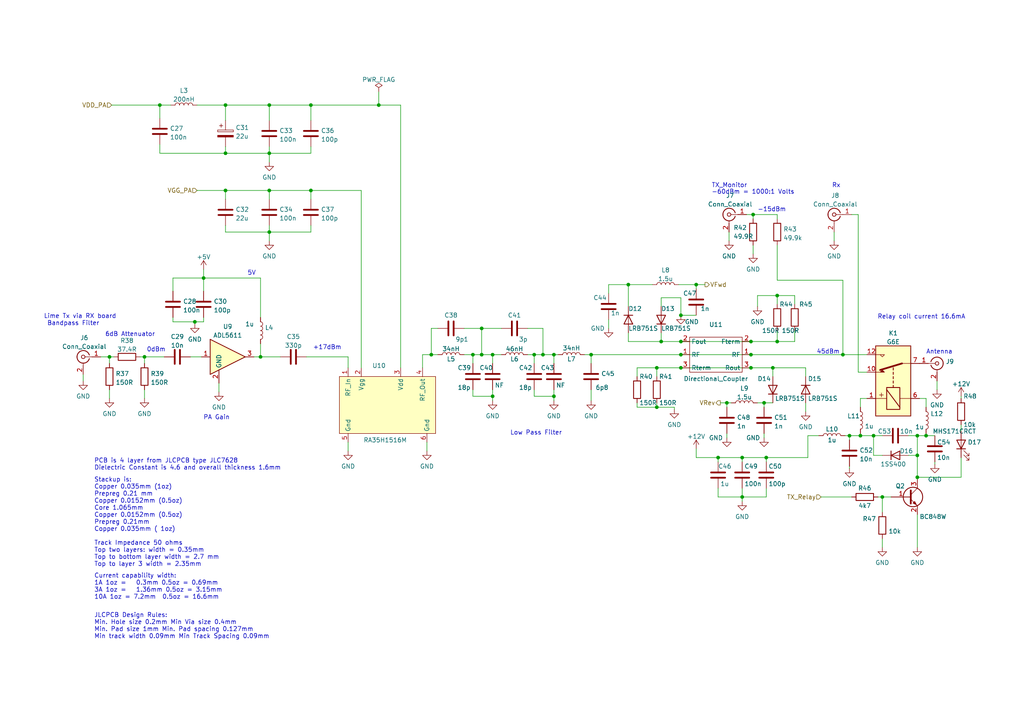
<source format=kicad_sch>
(kicad_sch (version 20230121) (generator eeschema)
  (paper "A4")
  (lib_symbols
    (symbol "Connector:Conn_Coaxial" (pin_names (offset 1.016) hide)
      (property "Reference" "J" (at 0.254 3.048 0))
      (property "Value" "Conn_Coaxial" (at 2.921 0 90))
      (symbol "Conn_Coaxial_0_1"
        (arc (start -1.778 -0.508) (mid 0.2311 -1.8066) (end 1.778 0) (stroke (width 0.254)))
        (polyline (pts (xy -2.54 0) (xy -0.508 0)))
        (polyline (pts (xy 0 -2.54) (xy 0 -1.778)))
        (circle (center 0 0) (radius 0.508) (stroke (width 0.2032)))
        (arc (start 1.778 0) (mid 0.2099 1.8101) (end -1.778 0.508) (stroke (width 0.254)))
      )
      (symbol "Conn_Coaxial_1_1"
        (pin passive line (at -5.08 0 0) (length 2.54) (name "In") (number "1"))
        (pin passive line (at 0 -5.08 90) (length 2.54) (name "Ext") (number "2"))
      )
    )
    (symbol "Device:C" (pin_numbers hide) (pin_names (offset 0.254))
      (property "Reference" "C" (at 0.635 2.54 0))
      (property "Value" "C" (at 0.635 -2.54 0))
      (symbol "C_0_1"
        (polyline (pts (xy -2.032 -0.762) (xy 2.032 -0.762)) (stroke (width 0.508)))
        (polyline (pts (xy -2.032 0.762) (xy 2.032 0.762)) (stroke (width 0.508)))
      )
      (symbol "C_1_1"
        (pin passive line (at 0 3.81 270) (length 2.794) (name "~") (number "1"))
        (pin passive line (at 0 -3.81 90) (length 2.794) (name "~") (number "2"))
      )
    )
    (symbol "Device:C_Polarized" (pin_numbers hide) (pin_names (offset 0.254))
      (property "Reference" "C" (at 0.635 2.54 0))
      (property "Value" "C_Polarized" (at 0.635 -2.54 0))
      (symbol "C_Polarized_0_1"
        (rectangle (start -2.286 0.508) (end 2.286 1.016))
        (polyline (pts (xy -1.778 2.286) (xy -0.762 2.286)))
        (polyline (pts (xy -1.27 2.794) (xy -1.27 1.778)))
        (rectangle (start 2.286 -0.508) (end -2.286 -1.016) (fill (type outline)))
      )
      (symbol "C_Polarized_1_1"
        (pin passive line (at 0 3.81 270) (length 2.794) (name "~") (number "1"))
        (pin passive line (at 0 -3.81 90) (length 2.794) (name "~") (number "2"))
      )
    )
    (symbol "Device:L" (pin_numbers hide) (pin_names (offset 1.016) hide)
      (property "Reference" "L" (at -1.27 0 90))
      (property "Value" "L" (at 1.905 0 90))
      (symbol "L_0_1"
        (arc (start 0 -2.54) (mid 0.6323 -1.905) (end 0 -1.27))
        (arc (start 0 -1.27) (mid 0.6323 -0.635) (end 0 0))
        (arc (start 0 0) (mid 0.6323 0.635) (end 0 1.27))
        (arc (start 0 1.27) (mid 0.6323 1.905) (end 0 2.54))
      )
      (symbol "L_1_1"
        (pin passive line (at 0 3.81 270) (length 1.27) (name "1") (number "1"))
        (pin passive line (at 0 -3.81 90) (length 1.27) (name "2") (number "2"))
      )
    )
    (symbol "Device:LED" (pin_numbers hide) (pin_names (offset 1.016) hide)
      (property "Reference" "D" (at 0 2.54 0))
      (property "Value" "LED" (at 0 -2.54 0))
      (symbol "LED_0_1"
        (polyline (pts (xy -1.27 -1.27) (xy -1.27 1.27)) (stroke (width 0.254)))
        (polyline (pts (xy -1.27 0) (xy 1.27 0)))
        (polyline (pts (xy 1.27 -1.27) (xy 1.27 1.27) (xy -1.27 0) (xy 1.27 -1.27)) (stroke (width 0.254)))
        (polyline (pts (xy -3.048 -0.762) (xy -4.572 -2.286) (xy -3.81 -2.286) (xy -4.572 -2.286) (xy -4.572 -1.524)))
        (polyline (pts (xy -1.778 -0.762) (xy -3.302 -2.286) (xy -2.54 -2.286) (xy -3.302 -2.286) (xy -3.302 -1.524)))
      )
      (symbol "LED_1_1"
        (pin passive line (at -3.81 0 0) (length 2.54) (name "K") (number "1"))
        (pin passive line (at 3.81 0 180) (length 2.54) (name "A") (number "2"))
      )
    )
    (symbol "Device:R" (pin_numbers hide) (pin_names (offset 0))
      (property "Reference" "R" (at 2.032 0 90))
      (property "Value" "R" (at 0 0 90))
      (symbol "R_0_1"
        (rectangle (start -1.016 -2.54) (end 1.016 2.54) (stroke (width 0.254)))
      )
      (symbol "R_1_1"
        (pin passive line (at 0 3.81 270) (length 1.27) (name "~") (number "1"))
        (pin passive line (at 0 -3.81 90) (length 1.27) (name "~") (number "2"))
      )
    )
    (symbol "Diode:1N4148" (pin_numbers hide) (pin_names hide)
      (property "Reference" "D" (at 0 2.54 0))
      (property "Value" "1N4148" (at 0 -2.54 0))
      (symbol "1N4148_0_1"
        (polyline (pts (xy -1.27 1.27) (xy -1.27 -1.27)) (stroke (width 0.254)))
        (polyline (pts (xy 1.27 0) (xy -1.27 0)))
        (polyline (pts (xy 1.27 1.27) (xy 1.27 -1.27) (xy -1.27 0) (xy 1.27 1.27)) (stroke (width 0.254)))
      )
      (symbol "1N4148_1_1"
        (pin passive line (at -3.81 0 0) (length 2.54) (name "K") (number "1"))
        (pin passive line (at 3.81 0 180) (length 2.54) (name "A") (number "2"))
      )
    )
    (symbol "Pi_PA:Directional_Coupler"
      (property "Reference" "U?" (at -2.54 6.35 0))
      (property "Value" "Directional_Coupler" (at 1.27 -6.35 0))
      (symbol "Directional_Coupler_0_1"
        (rectangle (start -7.62 5.08) (end 7.62 -5.08) (stroke (width 0.1524)))
      )
      (symbol "Directional_Coupler_1_1"
        (pin passive line (at -10.16 0 0) (length 2.54) (name "RF") (number "1"))
        (pin passive line (at 10.16 0 180) (length 2.54) (name "RF") (number "1"))
        (pin passive line (at -10.16 3.81 0) (length 2.54) (name "Fout") (number "2"))
        (pin passive line (at 10.16 3.81 180) (length 2.54) (name "Fterm") (number "2"))
        (pin passive line (at 10.16 -3.81 180) (length 2.54) (name "Rout") (number "3"))
        (pin passive line (at -10.16 -3.81 0) (length 2.54) (name "Rterm") (number "3"))
      )
    )
    (symbol "Pi_PA:RA35H1516M"
      (property "Reference" "U" (at -17.78 10.16 0))
      (property "Value" "RA35H1516M" (at 0 -10.16 0))
      (symbol "RA35H1516M_0_1"
        (rectangle (start -13.97 -7.62) (end 13.97 8.89) (stroke (width 0.1524)) (fill (type background)))
      )
      (symbol "RA35H1516M_1_1"
        (pin input line (at -11.43 11.43 270) (length 2.54) (name "RF_In") (number "1"))
        (pin power_in line (at -7.62 11.43 270) (length 2.54) (name "Vgg") (number "2"))
        (pin power_in line (at 3.81 11.43 270) (length 2.54) (name "Vdd") (number "3"))
        (pin output line (at 10.16 11.43 270) (length 2.54) (name "RF_Out") (number "4"))
        (pin power_in line (at -11.43 -10.16 90) (length 2.54) (name "Gnd") (number "5"))
        (pin power_in line (at 11.43 -10.16 90) (length 2.54) (name "Gnd") (number "6"))
      )
    )
    (symbol "RF_Amplifier:SPF5189Z"
      (property "Reference" "U" (at -1.27 7.62 0))
      (property "Value" "SPF5189Z" (at 2.54 5.08 0))
      (symbol "SPF5189Z_0_1"
        (polyline (pts (xy 5.08 0) (xy -5.08 5.08) (xy -5.08 -5.08) (xy 5.08 0)) (stroke (width 0.254)) (fill (type background)))
      )
      (symbol "SPF5189Z_1_1"
        (pin input line (at -7.62 0 0) (length 2.54) (name "~") (number "1"))
        (pin power_in line (at -2.54 -7.62 90) (length 3.81) (name "GND") (number "2"))
        (pin output line (at 7.62 0 180) (length 2.54) (name "~") (number "3"))
      )
    )
    (symbol "Relay:G6E"
      (property "Reference" "K" (at 11.43 3.81 0))
      (property "Value" "G6E" (at 11.43 1.27 0))
      (symbol "G6E_0_0"
        (polyline (pts (xy 7.62 5.08) (xy 7.62 2.54) (xy 6.985 3.175) (xy 7.62 3.81)))
        (text "+" (at -4.064 3.556 0) (effects (font (size 1.524 1.524))))
      )
      (symbol "G6E_0_1"
        (rectangle (start -10.16 5.08) (end 10.16 -5.08) (stroke (width 0.254)) (fill (type background)))
        (rectangle (start -8.255 1.905) (end -1.905 -1.905) (stroke (width 0.254)))
        (polyline (pts (xy -7.62 -1.905) (xy -2.54 1.905)) (stroke (width 0.254)))
        (polyline (pts (xy -5.08 -5.08) (xy -5.08 -1.905)))
        (polyline (pts (xy -5.08 5.08) (xy -5.08 1.905)))
        (polyline (pts (xy -1.905 0) (xy -1.27 0)) (stroke (width 0.254)))
        (polyline (pts (xy -0.635 0) (xy 0 0)) (stroke (width 0.254)))
        (polyline (pts (xy 0.635 0) (xy 1.27 0)) (stroke (width 0.254)))
        (polyline (pts (xy 1.905 0) (xy 2.54 0)) (stroke (width 0.254)))
        (polyline (pts (xy 3.175 0) (xy 3.81 0)) (stroke (width 0.254)))
        (polyline (pts (xy 5.08 -2.54) (xy 3.175 3.81)) (stroke (width 0.508)))
        (polyline (pts (xy 5.08 -2.54) (xy 5.08 -5.08)))
        (polyline (pts (xy 2.54 5.08) (xy 2.54 2.54) (xy 3.175 3.175) (xy 2.54 3.81)) (fill (type outline)))
      )
      (symbol "G6E_1_1"
        (pin passive line (at -5.08 7.62 270) (length 2.54) (name "~") (number "1"))
        (pin passive line (at 2.54 7.62 270) (length 2.54) (name "~") (number "10"))
        (pin passive line (at 7.62 7.62 270) (length 2.54) (name "~") (number "12"))
        (pin passive line (at -5.08 -7.62 90) (length 2.54) (name "~") (number "6"))
        (pin passive line (at 5.08 -7.62 90) (length 2.54) (name "~") (number "7"))
      )
    )
    (symbol "Transistor_BJT:BC848W" (pin_names (offset 0) hide)
      (property "Reference" "Q" (at 5.08 1.905 0))
      (property "Value" "BC848W" (at 5.08 0 0))
      (symbol "BC848W_0_1"
        (polyline (pts (xy 0.635 0.635) (xy 2.54 2.54)))
        (polyline (pts (xy 0.635 -0.635) (xy 2.54 -2.54) (xy 2.54 -2.54)))
        (polyline (pts (xy 0.635 1.905) (xy 0.635 -1.905) (xy 0.635 -1.905)) (stroke (width 0.508)))
        (polyline (pts (xy 1.27 -1.778) (xy 1.778 -1.27) (xy 2.286 -2.286) (xy 1.27 -1.778) (xy 1.27 -1.778)) (fill (type outline)))
        (circle (center 1.27 0) (radius 2.8194) (stroke (width 0.254)))
      )
      (symbol "BC848W_1_1"
        (pin input line (at -5.08 0 0) (length 5.715) (name "B") (number "1"))
        (pin passive line (at 2.54 -5.08 90) (length 2.54) (name "E") (number "2"))
        (pin passive line (at 2.54 5.08 270) (length 2.54) (name "C") (number "3"))
      )
    )
    (symbol "power:+12V" (power) (pin_names (offset 0))
      (property "Value" "+12V" (at 0 3.556 0))
      (symbol "+12V_0_1"
        (polyline (pts (xy -0.762 1.27) (xy 0 2.54)))
        (polyline (pts (xy 0 0) (xy 0 2.54)))
        (polyline (pts (xy 0 2.54) (xy 0.762 1.27)))
      )
      (symbol "+12V_1_1"
        (pin power_in line (at 0 0 90) (length 0) hide (name "+12V") (number "1"))
      )
    )
    (symbol "power:+5V" (power) (pin_names (offset 0))
      (property "Value" "+5V" (at 0 3.556 0))
      (symbol "+5V_0_1"
        (polyline (pts (xy -0.762 1.27) (xy 0 2.54)))
        (polyline (pts (xy 0 0) (xy 0 2.54)))
        (polyline (pts (xy 0 2.54) (xy 0.762 1.27)))
      )
      (symbol "+5V_1_1"
        (pin power_in line (at 0 0 90) (length 0) hide (name "+5V") (number "1"))
      )
    )
    (symbol "power:GND" (power) (pin_names (offset 0))
      (property "Value" "GND" (at 0 -3.81 0))
      (symbol "GND_0_1"
        (polyline (pts (xy 0 0) (xy 0 -1.27) (xy 1.27 -1.27) (xy 0 -2.54) (xy -1.27 -1.27) (xy 0 -1.27)))
      )
      (symbol "GND_1_1"
        (pin power_in line (at 0 0 270) (length 0) hide (name "GND") (number "1"))
      )
    )
    (symbol "power:PWR_FLAG" (power) (pin_numbers hide) (pin_names (offset 0) hide)
      (property "Value" "PWR_FLAG" (at 0 3.81 0))
      (symbol "PWR_FLAG_0_0"
        (pin power_out line (at 0 0 90) (length 0) (name "pwr") (number "1"))
      )
      (symbol "PWR_FLAG_0_1"
        (polyline (pts (xy 0 0) (xy 0 1.27) (xy -1.016 1.905) (xy 0 2.54) (xy 1.016 1.905) (xy 0 1.27)))
      )
    )
  )
  (junction (at 266.065 126.365))
  (junction (at 157.48 102.87))
  (junction (at 78.105 55.245))
  (junction (at 197.485 91.44))
  (junction (at 46.355 30.48))
  (junction (at 217.805 102.87))
  (junction (at 222.25 132.715))
  (junction (at 65.405 44.45))
  (junction (at 109.855 30.48))
  (junction (at 75.565 103.505))
  (junction (at 78.105 44.45))
  (junction (at 225.425 99.06))
  (junction (at 31.75 103.505))
  (junction (at 217.805 99.06))
  (junction (at 160.655 114.935))
  (junction (at 268.605 126.365))
  (junction (at 244.475 102.87))
  (junction (at 197.485 106.68))
  (junction (at 90.17 30.48))
  (junction (at 56.515 93.345))
  (junction (at 266.065 132.08))
  (junction (at 78.105 67.31))
  (junction (at 197.485 102.87))
  (junction (at 139.7 95.25))
  (junction (at 125.095 102.87))
  (junction (at 221.615 116.84))
  (junction (at 65.405 55.245))
  (junction (at 266.065 138.43))
  (junction (at 59.055 80.645))
  (junction (at 217.805 106.68))
  (junction (at 255.905 144.145))
  (junction (at 208.28 132.715))
  (junction (at 142.875 102.87))
  (junction (at 197.485 99.06))
  (junction (at 253.365 126.365))
  (junction (at 160.655 102.87))
  (junction (at 142.875 114.935))
  (junction (at 225.425 85.725))
  (junction (at 215.265 132.715))
  (junction (at 78.105 30.48))
  (junction (at 218.44 62.23))
  (junction (at 210.82 116.84))
  (junction (at 41.91 103.505))
  (junction (at 191.77 99.06))
  (junction (at 215.265 144.145))
  (junction (at 190.5 118.11))
  (junction (at 154.94 102.87))
  (junction (at 224.155 106.68))
  (junction (at 171.45 102.87))
  (junction (at 246.38 126.365))
  (junction (at 201.93 82.55))
  (junction (at 90.17 55.245))
  (junction (at 137.16 102.87))
  (junction (at 139.7 102.87))
  (junction (at 190.5 106.68))
  (junction (at 182.245 82.55))
  (junction (at 249.555 126.365))
  (junction (at 65.405 30.48))
  (wire (pts (xy 215.265 141.605) (xy 215.265 144.145)))
  (wire (pts (xy 234.315 132.715) (xy 234.315 126.365)))
  (wire (pts (xy 251.46 115.57) (xy 249.555 115.57)))
  (wire (pts (xy 271.145 133.985) (xy 271.145 134.62)))
  (wire (pts (xy 263.525 132.08) (xy 266.065 132.08)))
  (wire (pts (xy 75.565 99.695) (xy 75.565 103.505)))
  (wire (pts (xy 216.535 62.23) (xy 218.44 62.23)))
  (wire (pts (xy 78.105 55.245) (xy 90.17 55.245)))
  (wire (pts (xy 125.095 95.25) (xy 125.095 102.87)))
  (wire (pts (xy 49.53 30.48) (xy 46.355 30.48)))
  (wire (pts (xy 134.62 95.25) (xy 139.7 95.25)))
  (wire (pts (xy 249.555 126.365) (xy 246.38 126.365)))
  (wire (pts (xy 65.405 65.405) (xy 65.405 67.31)))
  (wire (pts (xy 104.775 106.68) (xy 104.775 55.245)))
  (wire (pts (xy 225.425 99.06) (xy 230.505 99.06)))
  (wire (pts (xy 78.105 67.31) (xy 90.17 67.31)))
  (wire (pts (xy 268.605 126.365) (xy 268.605 125.73)))
  (wire (pts (xy 41.91 103.505) (xy 47.625 103.505)))
  (wire (pts (xy 56.515 93.345) (xy 59.055 93.345)))
  (wire (pts (xy 225.425 62.23) (xy 225.425 63.5)))
  (wire (pts (xy 230.505 99.06) (xy 230.505 95.885)))
  (wire (pts (xy 224.155 106.68) (xy 224.155 109.22)))
  (wire (pts (xy 197.485 102.87) (xy 217.805 102.87)))
  (wire (pts (xy 208.915 116.84) (xy 210.82 116.84)))
  (wire (pts (xy 195.58 118.11) (xy 195.58 118.745)))
  (wire (pts (xy 219.71 85.725) (xy 225.425 85.725)))
  (wire (pts (xy 63.5 111.125) (xy 63.5 113.665)))
  (wire (pts (xy 246.38 135.255) (xy 246.38 135.89)))
  (wire (pts (xy 90.17 30.48) (xy 109.855 30.48)))
  (wire (pts (xy 268.605 115.57) (xy 268.605 118.11)))
  (wire (pts (xy 160.655 116.205) (xy 160.655 114.935)))
  (wire (pts (xy 233.68 116.84) (xy 233.68 119.38)))
  (wire (pts (xy 191.77 96.52) (xy 191.77 99.06)))
  (wire (pts (xy 225.425 95.885) (xy 225.425 99.06)))
  (wire (pts (xy 191.77 86.36) (xy 191.77 88.9)))
  (wire (pts (xy 266.065 132.08) (xy 266.065 138.43)))
  (wire (pts (xy 59.055 80.645) (xy 75.565 80.645)))
  (wire (pts (xy 41.91 103.505) (xy 41.91 105.41)))
  (wire (pts (xy 253.365 126.365) (xy 253.365 132.08)))
  (wire (pts (xy 139.7 95.25) (xy 139.7 102.87)))
  (wire (pts (xy 160.655 105.41) (xy 160.655 102.87)))
  (wire (pts (xy 29.21 103.505) (xy 31.75 103.505)))
  (wire (pts (xy 24.13 108.585) (xy 24.13 110.49)))
  (wire (pts (xy 78.105 55.245) (xy 78.105 57.785)))
  (wire (pts (xy 210.82 125.73) (xy 210.82 127)))
  (wire (pts (xy 75.565 103.505) (xy 81.28 103.505)))
  (wire (pts (xy 233.68 106.68) (xy 233.68 109.22)))
  (wire (pts (xy 142.875 116.205) (xy 142.875 114.935)))
  (wire (pts (xy 246.38 126.365) (xy 246.38 127.635)))
  (wire (pts (xy 225.425 71.12) (xy 225.425 81.28)))
  (wire (pts (xy 271.78 110.49) (xy 271.78 113.03)))
  (wire (pts (xy 59.055 92.075) (xy 59.055 93.345)))
  (wire (pts (xy 184.785 106.68) (xy 184.785 109.22)))
  (wire (pts (xy 278.765 132.715) (xy 278.765 138.43)))
  (wire (pts (xy 157.48 102.87) (xy 160.655 102.87)))
  (wire (pts (xy 191.77 99.06) (xy 197.485 99.06)))
  (wire (pts (xy 217.805 102.87) (xy 244.475 102.87)))
  (wire (pts (xy 78.105 30.48) (xy 90.17 30.48)))
  (wire (pts (xy 171.45 102.87) (xy 171.45 105.41)))
  (wire (pts (xy 219.71 88.9) (xy 219.71 85.725)))
  (wire (pts (xy 266.065 126.365) (xy 268.605 126.365)))
  (wire (pts (xy 217.805 99.06) (xy 225.425 99.06)))
  (wire (pts (xy 184.785 118.11) (xy 190.5 118.11)))
  (wire (pts (xy 210.82 116.84) (xy 212.09 116.84)))
  (wire (pts (xy 208.28 144.145) (xy 215.265 144.145)))
  (wire (pts (xy 201.93 132.715) (xy 208.28 132.715)))
  (wire (pts (xy 65.405 57.785) (xy 65.405 55.245)))
  (wire (pts (xy 197.485 91.44) (xy 197.485 86.36)))
  (wire (pts (xy 215.265 144.145) (xy 222.25 144.145)))
  (wire (pts (xy 176.53 82.55) (xy 176.53 85.09)))
  (wire (pts (xy 190.5 106.68) (xy 190.5 109.22)))
  (wire (pts (xy 221.615 116.84) (xy 221.615 118.11)))
  (wire (pts (xy 182.245 96.52) (xy 182.245 99.06)))
  (wire (pts (xy 154.94 102.87) (xy 154.94 105.41)))
  (wire (pts (xy 255.905 144.145) (xy 255.905 148.59)))
  (wire (pts (xy 215.265 132.715) (xy 215.265 133.985)))
  (wire (pts (xy 208.28 132.715) (xy 215.265 132.715)))
  (wire (pts (xy 190.5 106.68) (xy 197.485 106.68)))
  (wire (pts (xy 215.265 132.715) (xy 222.25 132.715)))
  (wire (pts (xy 247.015 62.23) (xy 248.92 62.23)))
  (wire (pts (xy 123.825 128.27) (xy 123.825 130.81)))
  (wire (pts (xy 278.765 123.19) (xy 278.765 125.095)))
  (wire (pts (xy 221.615 116.84) (xy 224.155 116.84)))
  (wire (pts (xy 197.485 91.44) (xy 201.93 91.44)))
  (wire (pts (xy 253.365 132.08) (xy 255.905 132.08)))
  (wire (pts (xy 65.405 67.31) (xy 78.105 67.31)))
  (wire (pts (xy 153.035 95.25) (xy 157.48 95.25)))
  (wire (pts (xy 65.405 30.48) (xy 57.15 30.48)))
  (wire (pts (xy 31.75 103.505) (xy 33.02 103.505)))
  (wire (pts (xy 218.44 71.12) (xy 218.44 73.66)))
  (wire (pts (xy 201.93 82.55) (xy 204.47 82.55)))
  (wire (pts (xy 249.555 126.365) (xy 249.555 125.73)))
  (wire (pts (xy 78.105 65.405) (xy 78.105 67.31)))
  (wire (pts (xy 56.515 93.345) (xy 56.515 93.98)))
  (wire (pts (xy 225.425 81.28) (xy 244.475 81.28)))
  (wire (pts (xy 197.485 99.06) (xy 217.805 99.06)))
  (wire (pts (xy 208.28 141.605) (xy 208.28 144.145)))
  (wire (pts (xy 50.165 93.345) (xy 56.515 93.345)))
  (wire (pts (xy 266.7 115.57) (xy 268.605 115.57)))
  (wire (pts (xy 139.7 102.87) (xy 142.875 102.87)))
  (wire (pts (xy 266.065 138.43) (xy 278.765 138.43)))
  (wire (pts (xy 78.105 44.45) (xy 78.105 46.99)))
  (wire (pts (xy 210.82 116.84) (xy 210.82 118.11)))
  (wire (pts (xy 266.065 149.225) (xy 266.065 158.75)))
  (wire (pts (xy 196.85 82.55) (xy 201.93 82.55)))
  (wire (pts (xy 222.25 132.715) (xy 234.315 132.715)))
  (wire (pts (xy 109.855 30.48) (xy 116.205 30.48)))
  (wire (pts (xy 224.155 106.68) (xy 233.68 106.68)))
  (wire (pts (xy 50.165 80.645) (xy 59.055 80.645)))
  (wire (pts (xy 153.035 102.87) (xy 154.94 102.87)))
  (wire (pts (xy 127 95.25) (xy 125.095 95.25)))
  (wire (pts (xy 169.545 102.87) (xy 171.45 102.87)))
  (wire (pts (xy 248.92 107.95) (xy 251.46 107.95)))
  (wire (pts (xy 46.355 30.48) (xy 46.355 34.29)))
  (wire (pts (xy 255.905 126.365) (xy 253.365 126.365)))
  (wire (pts (xy 65.405 30.48) (xy 65.405 34.925)))
  (wire (pts (xy 266.065 132.08) (xy 266.065 126.365)))
  (wire (pts (xy 221.615 125.73) (xy 221.615 127)))
  (wire (pts (xy 254.635 144.145) (xy 255.905 144.145)))
  (wire (pts (xy 78.105 67.31) (xy 78.105 69.85)))
  (wire (pts (xy 137.16 114.935) (xy 137.16 113.03)))
  (wire (pts (xy 176.53 82.55) (xy 182.245 82.55)))
  (wire (pts (xy 184.785 106.68) (xy 190.5 106.68)))
  (wire (pts (xy 241.935 67.31) (xy 241.935 69.85)))
  (wire (pts (xy 90.17 44.45) (xy 90.17 42.545)))
  (wire (pts (xy 160.655 114.935) (xy 154.94 114.935)))
  (wire (pts (xy 142.875 113.03) (xy 142.875 114.935)))
  (wire (pts (xy 244.475 102.87) (xy 251.46 102.87)))
  (wire (pts (xy 197.485 86.36) (xy 191.77 86.36)))
  (wire (pts (xy 90.17 55.245) (xy 104.775 55.245)))
  (wire (pts (xy 46.355 41.91) (xy 46.355 44.45)))
  (wire (pts (xy 142.875 102.87) (xy 145.415 102.87)))
  (wire (pts (xy 125.095 102.87) (xy 127 102.87)))
  (wire (pts (xy 182.245 99.06) (xy 191.77 99.06)))
  (wire (pts (xy 154.94 102.87) (xy 157.48 102.87)))
  (wire (pts (xy 160.655 113.03) (xy 160.655 114.935)))
  (wire (pts (xy 46.355 30.48) (xy 32.385 30.48)))
  (wire (pts (xy 190.5 118.11) (xy 195.58 118.11)))
  (wire (pts (xy 78.105 34.925) (xy 78.105 30.48)))
  (wire (pts (xy 90.17 30.48) (xy 90.17 34.925)))
  (wire (pts (xy 255.905 156.21) (xy 255.905 158.75)))
  (wire (pts (xy 197.485 106.68) (xy 217.805 106.68)))
  (wire (pts (xy 65.405 42.545) (xy 65.405 44.45)))
  (wire (pts (xy 78.105 42.545) (xy 78.105 44.45)))
  (wire (pts (xy 142.875 102.87) (xy 142.875 105.41)))
  (wire (pts (xy 171.45 102.87) (xy 197.485 102.87)))
  (wire (pts (xy 176.53 92.71) (xy 176.53 95.25)))
  (wire (pts (xy 215.265 144.145) (xy 215.265 145.415)))
  (wire (pts (xy 182.245 82.55) (xy 189.23 82.55)))
  (wire (pts (xy 31.75 113.03) (xy 31.75 115.57)))
  (wire (pts (xy 249.555 115.57) (xy 249.555 118.11)))
  (wire (pts (xy 278.765 114.935) (xy 278.765 115.57)))
  (wire (pts (xy 40.64 103.505) (xy 41.91 103.505)))
  (wire (pts (xy 78.105 44.45) (xy 90.17 44.45)))
  (wire (pts (xy 218.44 62.23) (xy 225.425 62.23)))
  (wire (pts (xy 50.165 80.645) (xy 50.165 84.455)))
  (wire (pts (xy 171.45 113.03) (xy 171.45 116.205)))
  (wire (pts (xy 184.785 116.84) (xy 184.785 118.11)))
  (wire (pts (xy 90.17 67.31) (xy 90.17 65.405)))
  (wire (pts (xy 238.125 144.145) (xy 247.015 144.145)))
  (wire (pts (xy 255.905 144.145) (xy 258.445 144.145)))
  (wire (pts (xy 142.875 114.935) (xy 137.16 114.935)))
  (wire (pts (xy 182.245 82.55) (xy 182.245 88.9)))
  (wire (pts (xy 160.655 102.87) (xy 161.925 102.87)))
  (wire (pts (xy 137.16 105.41) (xy 137.16 102.87)))
  (wire (pts (xy 234.315 126.365) (xy 237.49 126.365)))
  (wire (pts (xy 248.92 62.23) (xy 248.92 107.95)))
  (wire (pts (xy 244.475 81.28) (xy 244.475 102.87)))
  (wire (pts (xy 73.66 103.505) (xy 75.565 103.505)))
  (wire (pts (xy 100.965 128.27) (xy 100.965 130.81)))
  (wire (pts (xy 55.245 103.505) (xy 58.42 103.505)))
  (wire (pts (xy 46.355 44.45) (xy 65.405 44.45)))
  (wire (pts (xy 211.455 67.31) (xy 211.455 69.85)))
  (wire (pts (xy 154.94 114.935) (xy 154.94 113.03)))
  (wire (pts (xy 90.17 55.245) (xy 90.17 57.785)))
  (wire (pts (xy 65.405 44.45) (xy 78.105 44.45)))
  (wire (pts (xy 59.055 80.645) (xy 59.055 84.455)))
  (wire (pts (xy 59.055 78.105) (xy 59.055 80.645)))
  (wire (pts (xy 116.205 30.48) (xy 116.205 106.68)))
  (wire (pts (xy 263.525 126.365) (xy 266.065 126.365)))
  (wire (pts (xy 75.565 92.075) (xy 75.565 80.645)))
  (wire (pts (xy 57.15 55.245) (xy 65.405 55.245)))
  (wire (pts (xy 201.93 130.175) (xy 201.93 132.715)))
  (wire (pts (xy 218.44 62.23) (xy 218.44 63.5)))
  (wire (pts (xy 253.365 126.365) (xy 249.555 126.365)))
  (wire (pts (xy 230.505 85.725) (xy 230.505 88.265)))
  (wire (pts (xy 134.62 102.87) (xy 137.16 102.87)))
  (wire (pts (xy 266.065 138.43) (xy 266.065 139.065)))
  (wire (pts (xy 41.91 113.03) (xy 41.91 115.57)))
  (wire (pts (xy 208.28 133.985) (xy 208.28 132.715)))
  (wire (pts (xy 122.555 102.87) (xy 125.095 102.87)))
  (wire (pts (xy 31.75 103.505) (xy 31.75 105.41)))
  (wire (pts (xy 88.9 103.505) (xy 100.965 103.505)))
  (wire (pts (xy 100.965 103.505) (xy 100.965 106.68)))
  (wire (pts (xy 109.855 26.67) (xy 109.855 30.48)))
  (wire (pts (xy 201.93 82.55) (xy 201.93 83.82)))
  (wire (pts (xy 137.16 102.87) (xy 139.7 102.87)))
  (wire (pts (xy 50.165 92.075) (xy 50.165 93.345)))
  (wire (pts (xy 222.25 144.145) (xy 222.25 141.605)))
  (wire (pts (xy 245.11 126.365) (xy 246.38 126.365)))
  (wire (pts (xy 225.425 85.725) (xy 230.505 85.725)))
  (wire (pts (xy 225.425 85.725) (xy 225.425 88.265)))
  (wire (pts (xy 139.7 95.25) (xy 145.415 95.25)))
  (wire (pts (xy 65.405 55.245) (xy 78.105 55.245)))
  (wire (pts (xy 219.71 116.84) (xy 221.615 116.84)))
  (wire (pts (xy 222.25 132.715) (xy 222.25 133.985)))
  (wire (pts (xy 157.48 95.25) (xy 157.48 102.87)))
  (wire (pts (xy 122.555 106.68) (xy 122.555 102.87)))
  (wire (pts (xy 217.805 106.68) (xy 224.155 106.68)))
  (wire (pts (xy 268.605 126.365) (xy 271.145 126.365)))
  (wire (pts (xy 190.5 116.84) (xy 190.5 118.11)))
  (wire (pts (xy 65.405 30.48) (xy 78.105 30.48)))
  (text "6dB Attenuator" (at 30.48 97.79 0) (effects (font (size 1.27 1.27)) (justify left bottom)))
  (text "JLCPCB Design Rules:\nMin. Hole size 0.2mm Min Via size 0.4mm\nMin. Pad size 1mm Min. Pad spacing 0.127mm\nMin track width 0.09mm Min Track Spacing 0.09mm" (at 27.305 185.42 0) (effects (font (size 1.27 1.27)) (justify left bottom)))
  (text "+17dBm" (at 99.06 101.6 0) (effects (font (size 1.27 1.27)) (justify right bottom)))
  (text "Stackup is:\nCopper 0.035mm (1oz)\nPrepreg 0.21 mm\nCopper 0.0152mm (0.5oz)\nCore 1.065mm\nCopper 0.0152mm (0.5oz)\nPrepreg 0.21mm\nCopper 0.035mm ( 1oz)" (at 27.305 154.305 0) (effects (font (size 1.27 1.27)) (justify left bottom)))
  (text "Current capability width:\n1A 1oz =   0.3mm 0.5oz = 0.69mm\n3A 1oz =   1.36mm 0.5oz = 3.15mm\n10A 1oz = 7.2mm  0.5oz = 16.6mm" (at 27.305 173.99 0) (effects (font (size 1.27 1.27)) (justify left bottom)))
  (text "Antenna" (at 268.605 102.87 0) (effects (font (size 1.27 1.27)) (justify left bottom)))
  (text "PA Gain" (at 66.675 121.92 0) (effects (font (size 1.27 1.27)) (justify right bottom)))
  (text "TX_Monitor" (at 206.375 54.61 0) (effects (font (size 1.27 1.27)) (justify left bottom)))
  (text "45dBm\n" (at 236.855 102.87 0) (effects (font (size 1.27 1.27)) (justify left bottom)))
  (text "Lime Tx via RX board\n Bandpass Filter" (at 12.7 94.615 0) (effects (font (size 1.27 1.27)) (justify left bottom)))
  (text "0dBm" (at 42.545 102.235 0) (effects (font (size 1.27 1.27)) (justify left bottom)))
  (text "5V" (at 71.755 80.01 0) (effects (font (size 1.27 1.27)) (justify left bottom)))
  (text "Low Pass Filter" (at 147.955 126.365 0) (effects (font (size 1.27 1.27)) (justify left bottom)))
  (text "-60dBm = 1000:1 Volts" (at 206.375 56.515 0) (effects (font (size 1.27 1.27)) (justify left bottom)))
  (text "-15dBm" (at 219.71 61.595 0) (effects (font (size 1.27 1.27)) (justify left bottom)))
  (text "Track Impedance 50 ohms\nTop two layers: width = 0.35mm\nTop to bottom layer width = 2.7 mm\nTop to layer 3 width = 2.35mm" (at 27.305 164.465 0) (effects (font (size 1.27 1.27)) (justify left bottom)))
  (text "Rx" (at 241.3 54.61 0) (effects (font (size 1.27 1.27)) (justify left bottom)))
  (text "Relay coil current 16.6mA\n" (at 280.035 92.71 0) (effects (font (size 1.27 1.27)) (justify right bottom)))
  (text "PCB is 4 layer from JLCPCB type JLC7628\nDielectric Constant is 4.6 and overall thickness 1.6mm" (at 27.305 136.525 0) (effects (font (size 1.27 1.27)) (justify left bottom)))
  (hierarchical_label "TX_Relay" (shape input) (at 238.125 144.145 180))
  (hierarchical_label "VRev" (shape output) (at 208.915 116.84 180))
  (hierarchical_label "VDD_PA" (shape input) (at 32.385 30.48 180))
  (hierarchical_label "VGG_PA" (shape input) (at 57.15 55.245 180))
  (hierarchical_label "VFwd" (shape output) (at 204.47 82.55 0))
  (symbol (lib_id "power:GND") (at 197.485 91.44 0) (unit 1)
    (property "Reference" "#PWR085" (effects hide))
    (property "Value" "GND" (at 200.66 93.345 0))
  )
  (symbol (lib_id "Device:R") (at 225.425 67.31 0) (unit 1)
    (property "Reference" "R43" (at 227.203 66.4753 0) (effects (justify left)))
    (property "Value" "49.9k" (at 227.203 69.0122 0) (effects (justify left)))
    (property "Footprint" "Resistor_SMD:R_0603_1608Metric" (effects hide))
    (property "LCSC Part" "C23184" (effects hide))
  )
  (symbol (lib_id "Device:R") (at 250.825 144.145 270) (unit 1)
    (property "Reference" "R46" (at 250.825 141.605 90))
    (property "Value" "4k7" (at 250.825 146.685 90))
    (property "Footprint" "Resistor_SMD:R_0603_1608Metric" (effects hide))
    (property "LCSC Part" "C23162" (effects hide))
  )
  (symbol (lib_id "Device:C") (at 51.435 103.505 270) (unit 1)
    (property "Reference" "C29" (at 51.435 97.6462 90))
    (property "Value" "10n" (at 51.435 100.1831 90))
    (property "Footprint" "Capacitor_SMD:C_0603_1608Metric" (effects hide))
    (property "Comment" "10n 0603 50V 2%" (effects hide))
    (property "LCSC Part" "C2215227" (effects hide))
  )
  (symbol (lib_id "power:GND") (at 41.91 115.57 0) (unit 1)
    (property "Reference" "#PWR072" (effects hide))
    (property "Value" "GND" (at 41.91 120.0134 0))
  )
  (symbol (lib_id "power:GND") (at 195.58 118.745 0) (unit 1)
    (property "Reference" "#PWR084" (effects hide))
    (property "Value" "GND" (at 195.58 123.1884 0))
  )
  (symbol (lib_id "Device:L") (at 75.565 95.885 0) (unit 1)
    (property "Reference" "L4" (at 76.835 95.0503 0) (effects (justify left)))
    (property "Value" "1u" (at 71.12 93.98 0) (effects (justify left)))
    (property "Footprint" "Inductor_SMD:L_0805_2012Metric" (effects hide))
    (property "LCSC Part" "C1042" (effects hide))
  )
  (symbol (lib_id "power:+12V") (at 201.93 130.175 0) (unit 1)
    (property "Reference" "#PWR083" (effects hide))
    (property "Value" "+12V" (at 201.93 126.5992 0))
  )
  (symbol (lib_id "power:GND") (at 176.53 95.25 0) (unit 1)
    (property "Reference" "#PWR081" (effects hide))
    (property "Value" "GND" (at 173.355 95.25 0))
  )
  (symbol (lib_id "Device:C") (at 210.82 121.92 0) (unit 1)
    (property "Reference" "C48" (at 213.741 121.0853 0) (effects (justify left)))
    (property "Value" "1n" (at 213.741 123.6222 0) (effects (justify left)))
    (property "Footprint" "Capacitor_SMD:C_0603_1608Metric" (effects hide))
    (property "Comment" "1nF 25V 0603 5%" (effects hide))
    (property "LCSC Part" "C2839443" (effects hide))
  )
  (symbol (lib_id "Device:L") (at 215.9 116.84 90) (unit 1)
    (property "Reference" "L9" (at 215.9 112.6322 90))
    (property "Value" "1.5u" (at 215.9 115.1691 90))
    (property "Footprint" "Inductor_SMD:L_0805_2012Metric" (effects hide))
    (property "LCSC Part" "C139220" (effects hide))
  )
  (symbol (lib_id "Device:C") (at 222.25 137.795 0) (unit 1)
    (property "Reference" "C50" (at 222.885 135.255 0) (effects (justify left)))
    (property "Value" "100p" (at 222.885 140.335 0) (effects (justify left)))
    (property "Footprint" "Capacitor_SMD:C_0603_1608Metric" (effects hide))
    (property "Comment" "100p 0603 50V 2%" (effects hide))
    (property "LCSC Part" "C296046" (effects hide))
  )
  (symbol (lib_id "Diode:1N4148") (at 259.715 132.08 0) (unit 1)
    (property "Reference" "D16" (at 262.89 130.81 0))
    (property "Value" "1SS400" (at 259.08 134.62 0))
    (property "Footprint" "Diode_SMD:D_SOD-523" (effects hide))
    (property "Comment" "Switching Diode 100mA SOD523" (effects hide))
    (property "LCSC Part" "C68951" (effects hide))
  )
  (symbol (lib_id "Device:C") (at 154.94 109.22 0) (unit 1) (in_bom no)
    (property "Reference" "C42" (at 150.495 106.68 0) (effects (justify left)))
    (property "Value" "18p" (at 150.495 112.395 0) (effects (justify left)))
    (property "Footprint" "Capacitor_SMD:C_1206_3216Metric" (effects hide))
    (property "Comment" "not fitted" (effects hide))
  )
  (symbol (lib_id "Device:C") (at 176.53 88.9 0) (unit 1)
    (property "Reference" "C44" (at 172.085 86.36 0) (effects (justify left)))
    (property "Value" "1n" (at 177.165 90.805 0) (effects (justify left)))
    (property "Footprint" "Capacitor_SMD:C_0603_1608Metric" (effects hide))
    (property "Comment" "1nF 25V 0603 5%" (effects hide))
    (property "LCSC Part" "C2839443" (effects hide))
  )
  (symbol (lib_id "power:GND") (at 56.515 93.98 0) (unit 1)
    (property "Reference" "#PWR073" (effects hide))
    (property "Value" "GND" (at 56.515 98.4234 0))
  )
  (symbol (lib_id "power:GND") (at 255.905 158.75 0) (unit 1)
    (property "Reference" "#PWR095" (effects hide))
    (property "Value" "GND" (at 255.905 163.1934 0))
  )
  (symbol (lib_id "power:GND") (at 271.78 113.03 0) (unit 1)
    (property "Reference" "#PWR098" (effects hide))
    (property "Value" "GND" (at 271.78 117.4734 0))
  )
  (symbol (lib_id "Device:L") (at 53.34 30.48 90) (unit 1)
    (property "Reference" "L3" (at 53.34 26.2722 90))
    (property "Value" "200nH" (at 53.34 28.8091 90))
    (property "Footprint" "Inductor_SMD:L_1812_4532Metric" (effects hide))
    (property "LCSC Part" "C2858475" (effects hide))
  )
  (symbol (lib_id "Device:C_Polarized") (at 65.405 38.735 0) (unit 1)
    (property "Reference" "C31" (at 68.326 37.0113 0) (effects (justify left)))
    (property "Value" "22u" (at 68.326 39.5482 0) (effects (justify left)))
    (property "Footprint" "Capacitor_Tantalum_SMD:CP_EIA-7343-43_Kemet-X" (effects hide))
    (property "Comment" "22uF" (effects hide))
    (property "LCSC Part" "C1956447" (effects hide))
  )
  (symbol (lib_id "power:GND") (at 219.71 88.9 0) (unit 1)
    (property "Reference" "#PWR090" (effects hide))
    (property "Value" "GND" (at 219.71 93.3434 0))
  )
  (symbol (lib_id "Device:C") (at 85.09 103.505 270) (unit 1)
    (property "Reference" "C35" (at 85.09 97.6462 90))
    (property "Value" "330p" (at 85.09 100.1831 90))
    (property "Footprint" "Capacitor_SMD:C_0603_1608Metric" (effects hide))
    (property "Comment" "330p 0603 50V 2%" (effects hide))
    (property "LCSC Part" "C458903" (effects hide))
  )
  (symbol (lib_id "Device:LED") (at 278.765 128.905 90) (unit 1)
    (property "Reference" "D17" (at 280.67 128.27 90) (effects (justify right)))
    (property "Value" "MHS171CRCT" (at 270.51 125.095 90) (effects (justify right)))
    (property "Footprint" "Pi_Tx_V2:MHS171" (effects hide))
    (property "Comment" "LED Red Side" (effects hide))
    (property "LCSC Part" "C693903" (effects hide))
  )
  (symbol (lib_id "Device:C") (at 271.145 130.175 0) (unit 1)
    (property "Reference" "C54" (at 271.78 128.27 0) (effects (justify left)))
    (property "Value" "10n" (at 271.78 132.715 0) (effects (justify left)))
    (property "Footprint" "Capacitor_SMD:C_0603_1608Metric" (effects hide))
    (property "Comment" "10n 0603 50V 2%" (effects hide))
    (property "LCSC Part" "C2215227" (effects hide))
  )
  (symbol (lib_id "Device:C") (at 90.17 61.595 0) (unit 1)
    (property "Reference" "C37" (at 93.091 60.7603 0) (effects (justify left)))
    (property "Value" "100p" (at 93.091 63.2972 0) (effects (justify left)))
    (property "Footprint" "Capacitor_SMD:C_0603_1608Metric" (effects hide))
    (property "Comment" "100p 0603 50V 2%" (effects hide))
    (property "LCSC Part" "C296046" (effects hide))
  )
  (symbol (lib_id "Device:C") (at 208.28 137.795 0) (unit 1)
    (property "Reference" "C46" (at 208.28 135.255 0) (effects (justify left)))
    (property "Value" "1u" (at 208.915 140.335 0) (effects (justify left)))
    (property "Footprint" "Capacitor_SMD:C_0603_1608Metric" (effects hide))
    (property "Comment" "1uF 25V 0603 10%" (effects hide))
    (property "LCSC Part" "C89376" (effects hide))
  )
  (symbol (lib_id "Device:L") (at 241.3 126.365 90) (unit 1)
    (property "Reference" "L10" (at 241.3 124.46 90))
    (property "Value" "1u" (at 241.3 127.635 90))
    (property "Footprint" "Inductor_SMD:L_0805_2012Metric" (effects hide))
    (property "LCSC Part" "C1042" (effects hide))
  )
  (symbol (lib_id "power:+12V") (at 278.765 114.935 0) (unit 1)
    (property "Reference" "#PWR099" (effects hide))
    (property "Value" "+12V" (at 278.765 111.3592 0))
  )
  (symbol (lib_id "Pi_PA:RA35H1516M") (at 112.395 118.11 0) (unit 1) (in_bom no)
    (property "Reference" "U10" (at 107.95 106.045 0) (effects (justify left)))
    (property "Value" "RA35H1516M" (at 105.41 127.635 0) (effects (justify left)))
    (property "Footprint" "Pi_Tx_V2:RF_PA_Module" (effects hide))
    (property "Comment" "not fitted" (effects hide))
  )
  (symbol (lib_id "Connector:Conn_Coaxial") (at 211.455 62.23 0) (mirror y) (unit 1)
    (property "Reference" "J7" (at 211.7724 56.7036 0))
    (property "Value" "Conn_Coaxial" (at 211.7724 59.2405 0))
    (property "Footprint" "Pi_Tx_V2:SMA_Samtec_SMA-J-P-X-ST-EM1_EdgeMount" (effects hide))
    (property "Datasheet" " ~" (effects hide))
    (property "Comment" "SMA Board Edge 1.6mm" (effects hide))
    (property "LCSC Part" "C1509221" (effects hide))
  )
  (symbol (lib_id "Device:L") (at 249.555 121.92 0) (unit 1)
    (property "Reference" "L11" (at 245.745 120.65 0) (effects (justify left)))
    (property "Value" "1u" (at 250.825 123.6222 0) (effects (justify left)))
    (property "Footprint" "Inductor_SMD:L_0805_2012Metric" (effects hide))
    (property "LCSC Part" "C1042" (effects hide))
  )
  (symbol (lib_id "power:GND") (at 246.38 135.89 0) (unit 1)
    (property "Reference" "#PWR094" (effects hide))
    (property "Value" "GND" (at 246.38 140.3334 0))
  )
  (symbol (lib_id "power:GND") (at 221.615 127 0) (unit 1)
    (property "Reference" "#PWR091" (effects hide))
    (property "Value" "GND" (at 218.44 127 0))
  )
  (symbol (lib_id "Device:R") (at 218.44 67.31 0) (unit 1)
    (property "Reference" "R42" (at 212.725 66.04 0) (effects (justify left)))
    (property "Value" "49.9R" (at 212.725 68.58 0) (effects (justify left)))
    (property "Footprint" "Resistor_SMD:R_0603_1608Metric" (effects hide))
    (property "LCSC Part" "C23185" (effects hide))
  )
  (symbol (lib_id "power:GND") (at 241.935 69.85 0) (unit 1)
    (property "Reference" "#PWR093" (effects hide))
    (property "Value" "GND" (at 241.935 74.2934 0))
  )
  (symbol (lib_id "Relay:G6E") (at 259.08 110.49 90) (unit 1)
    (property "Reference" "K1" (at 259.08 96.6302 90))
    (property "Value" "G6E" (at 259.08 99.1671 90))
    (property "Footprint" "Relay_THT:Relay_SPDT_Omron_G6E" (effects hide))
    (property "Comment" "Relay SPDT 12V" (effects hide))
    (property "LCSC Part" "C1525391" (effects hide))
  )
  (symbol (lib_id "Device:C") (at 130.81 95.25 90) (unit 1) (in_bom no)
    (property "Reference" "C38" (at 130.81 91.44 90))
    (property "Value" "9p1" (at 133.985 98.425 90))
    (property "Footprint" "Capacitor_SMD:C_1206_3216Metric" (effects hide))
    (property "Comment" "not fitted" (effects hide))
  )
  (symbol (lib_id "Device:R") (at 230.505 92.075 0) (unit 1)
    (property "Reference" "R45" (at 231.775 88.265 0) (effects (justify left)))
    (property "Value" "150R" (at 226.695 95.885 0) (effects (justify left)))
    (property "Footprint" "Resistor_SMD:R_0603_1608Metric" (effects hide))
    (property "LCSC Part" "C22808" (effects hide))
  )
  (symbol (lib_id "Device:C") (at 160.655 109.22 0) (unit 1) (in_bom no)
    (property "Reference" "C43" (at 156.845 106.68 0) (effects (justify left)))
    (property "Value" "NF" (at 161.29 111.76 0) (effects (justify left)))
    (property "Footprint" "Capacitor_SMD:C_1206_3216Metric" (effects hide))
    (property "Comment" "not fitted" (effects hide))
  )
  (symbol (lib_id "power:+5V") (at 59.055 78.105 0) (unit 1)
    (property "Reference" "#PWR0102" (effects hide))
    (property "Value" "+5V" (at 59.055 74.5292 0))
  )
  (symbol (lib_id "power:GND") (at 123.825 130.81 0) (unit 1)
    (property "Reference" "#PWR078" (effects hide))
    (property "Value" "GND" (at 123.825 135.2534 0))
  )
  (symbol (lib_id "power:GND") (at 215.265 145.415 0) (unit 1)
    (property "Reference" "#PWR088" (effects hide))
    (property "Value" "GND" (at 215.265 149.8584 0))
  )
  (symbol (lib_id "Device:C") (at 59.055 88.265 180) (unit 1)
    (property "Reference" "C30" (at 61.976 87.4303 0) (effects (justify right)))
    (property "Value" "100p" (at 61.976 89.9672 0) (effects (justify right)))
    (property "Footprint" "Capacitor_SMD:C_0603_1608Metric" (effects hide))
    (property "Comment" "100p 0603 50V 2%" (effects hide))
    (property "LCSC Part" "C296046" (effects hide))
  )
  (symbol (lib_id "Transistor_BJT:BC848W") (at 263.525 144.145 0) (unit 1)
    (property "Reference" "Q2" (at 259.715 140.97 0) (effects (justify left)))
    (property "Value" "BC848W" (at 266.7 149.86 0) (effects (justify left)))
    (property "Footprint" "Package_TO_SOT_SMD:SOT-323_SC-70" (effects hide))
    (property "LCSC Part" "C549496" (effects hide))
  )
  (symbol (lib_id "Connector:Conn_Coaxial") (at 241.935 62.23 0) (mirror y) (unit 1)
    (property "Reference" "J8" (at 242.2524 56.7036 0))
    (property "Value" "Conn_Coaxial" (at 242.2524 59.2405 0))
    (property "Footprint" "Pi_Tx_V2:SMA_Samtec_SMA-J-P-X-ST-EM1_EdgeMount" (effects hide))
    (property "Datasheet" " ~" (effects hide))
    (property "Comment" "SMA Board Edge 1.6mm" (effects hide))
    (property "LCSC Part" "C1509221" (effects hide))
  )
  (symbol (lib_id "Connector:Conn_Coaxial") (at 271.78 105.41 0) (unit 1)
    (property "Reference" "J9" (at 274.32 104.8685 0) (effects (justify left)))
    (property "Value" "Conn_Coaxial" (effects hide))
    (property "Footprint" "Pi_Tx_V2:SMA_Samtec_SMA-J-P-X-ST-EM1_EdgeMount" (effects hide))
    (property "Datasheet" " ~" (effects hide))
    (property "Comment" "SMA Board Edge 1.6mm" (effects hide))
    (property "LCSC Part" "C1509221" (effects hide))
  )
  (symbol (lib_id "power:GND") (at 142.875 116.205 0) (unit 1)
    (property "Reference" "#PWR079" (effects hide))
    (property "Value" "GND" (at 142.875 120.6484 0))
  )
  (symbol (lib_id "Device:C") (at 142.875 109.22 0) (unit 1) (in_bom no)
    (property "Reference" "C40" (at 139.065 106.68 0) (effects (justify left)))
    (property "Value" "NF" (at 143.51 111.76 0) (effects (justify left)))
    (property "Footprint" "Capacitor_SMD:C_1206_3216Metric" (effects hide))
    (property "Comment" "not fitted" (effects hide))
  )
  (symbol (lib_id "Device:C") (at 215.265 137.795 0) (unit 1)
    (property "Reference" "C49" (at 215.9 135.255 0) (effects (justify left)))
    (property "Value" "100n" (at 215.9 140.335 0) (effects (justify left)))
    (property "Footprint" "Capacitor_SMD:C_0603_1608Metric" (effects hide))
    (property "Comment" "100nF 50V 0603 5%" (effects hide))
    (property "LCSC Part" "C88136" (effects hide))
  )
  (symbol (lib_id "Device:C") (at 221.615 121.92 0) (unit 1)
    (property "Reference" "C51" (at 224.536 121.0853 0) (effects (justify left)))
    (property "Value" "1n" (at 224.536 123.6222 0) (effects (justify left)))
    (property "Footprint" "Capacitor_SMD:C_0603_1608Metric" (effects hide))
    (property "Comment" "1nF 25V 0603 5%" (effects hide))
    (property "LCSC Part" "C2839443" (effects hide))
  )
  (symbol (lib_id "power:PWR_FLAG") (at 109.855 26.67 0) (unit 1)
    (property "Reference" "#FLG04" (effects hide))
    (property "Value" "PWR_FLAG" (at 109.855 23.0942 0))
  )
  (symbol (lib_id "Device:C") (at 171.45 109.22 0) (unit 1) (in_bom no)
    (property "Reference" "C45" (at 174.371 108.3853 0) (effects (justify left)))
    (property "Value" "6p8" (at 172.72 112.395 0) (effects (justify left)))
    (property "Footprint" "Capacitor_SMD:C_1206_3216Metric" (effects hide))
    (property "Comment" "not fitted" (effects hide))
  )
  (symbol (lib_id "Pi_PA:Directional_Coupler") (at 207.645 102.87 0) (unit 1) (in_bom no)
    (property "Reference" "U11" (at 207.645 94.141 0))
    (property "Value" "Directional_Coupler" (at 207.645 109.855 0))
    (property "Footprint" "Pi_Tx_V2:Wiggly Coupler" (effects hide))
    (property "Comment" "not fitted" (effects hide))
  )
  (symbol (lib_id "Device:C") (at 259.715 126.365 270) (unit 1)
    (property "Reference" "C53" (at 256.54 125.095 90))
    (property "Value" "10n" (at 262.89 125.095 90))
    (property "Footprint" "Capacitor_SMD:C_0603_1608Metric" (effects hide))
    (property "Comment" "10n 0603 50V 2%" (effects hide))
    (property "LCSC Part" "C2215227" (effects hide))
  )
  (symbol (lib_id "Device:R") (at 36.83 103.505 270) (unit 1)
    (property "Reference" "R38" (at 36.83 98.7892 90))
    (property "Value" "37.4R" (at 36.83 101.3261 90))
    (property "Footprint" "Resistor_SMD:R_0603_1608Metric" (effects hide))
    (property "LCSC Part" "C2933689" (effects hide))
  )
  (symbol (lib_id "Device:C") (at 201.93 87.63 0) (unit 1)
    (property "Reference" "C47" (at 198.12 85.09 0) (effects (justify left)))
    (property "Value" "1n" (at 203.2 89.535 0) (effects (justify left)))
    (property "Footprint" "Capacitor_SMD:C_0603_1608Metric" (effects hide))
    (property "Comment" "1nF 25V 0603 5%" (effects hide))
    (property "LCSC Part" "C2839443" (effects hide))
  )
  (symbol (lib_id "power:GND") (at 78.105 69.85 0) (unit 1)
    (property "Reference" "#PWR076" (effects hide))
    (property "Value" "GND" (at 78.105 74.2934 0))
  )
  (symbol (lib_id "Device:L") (at 149.225 102.87 90) (unit 1) (in_bom no)
    (property "Reference" "L6" (at 149.225 104.14 90))
    (property "Value" "46nH" (at 149.225 101.1991 90))
    (property "Footprint" "Pi_Tx_V2:Wire_Inductor 15.5x8.5" (effects hide))
    (property "Comment" "not fitted" (effects hide))
  )
  (symbol (lib_id "power:GND") (at 78.105 46.99 0) (unit 1)
    (property "Reference" "#PWR075" (effects hide))
    (property "Value" "GND" (at 78.105 51.4334 0))
  )
  (symbol (lib_id "Device:R") (at 184.785 113.03 0) (unit 1)
    (property "Reference" "R40" (at 185.42 109.22 0) (effects (justify left)))
    (property "Value" "150R" (at 185.42 116.84 0) (effects (justify left)))
    (property "Footprint" "Resistor_SMD:R_0603_1608Metric" (effects hide))
    (property "LCSC Part" "C22808" (effects hide))
  )
  (symbol (lib_id "Diode:1N4148") (at 233.68 113.03 270) (unit 1)
    (property "Reference" "D15" (at 234.315 109.855 90) (effects (justify left)))
    (property "Value" "LRB751S" (at 234.315 115.57 90) (effects (justify left)))
    (property "Footprint" "Diode_SMD:D_SOD-523" (effects hide))
    (property "Comment" "Schottky Diode .05A SOD523" (effects hide))
    (property "LCSC Part" "C113407" (effects hide))
  )
  (symbol (lib_id "Device:C") (at 78.105 38.735 0) (unit 1)
    (property "Reference" "C33" (at 81.026 37.9003 0) (effects (justify left)))
    (property "Value" "100n" (at 81.026 40.4372 0) (effects (justify left)))
    (property "Footprint" "Capacitor_SMD:C_0603_1608Metric" (effects hide))
    (property "Comment" "100nF 50V 0603 5%" (effects hide))
    (property "LCSC Part" "C88136" (effects hide))
  )
  (symbol (lib_id "Device:R") (at 255.905 152.4 0) (unit 1)
    (property "Reference" "R47" (at 250.19 150.495 0) (effects (justify left)))
    (property "Value" "10k" (at 257.683 154.1022 0) (effects (justify left)))
    (property "Footprint" "Resistor_SMD:R_0603_1608Metric" (effects hide))
    (property "LCSC Part" "C25804" (effects hide))
  )
  (symbol (lib_id "power:GND") (at 266.065 158.75 0) (unit 1)
    (property "Reference" "#PWR096" (effects hide))
    (property "Value" "GND" (at 266.065 163.1934 0))
  )
  (symbol (lib_id "Diode:1N4148") (at 182.245 92.71 270) (unit 1)
    (property "Reference" "D12" (at 182.245 89.535 90) (effects (justify left)))
    (property "Value" "LRB751S" (at 182.245 95.25 90) (effects (justify left)))
    (property "Footprint" "Diode_SMD:D_SOD-523" (effects hide))
    (property "Comment" "Schottky Diode .05A SOD523" (effects hide))
    (property "LCSC Part" "C113407" (effects hide))
  )
  (symbol (lib_id "Device:R") (at 41.91 109.22 0) (unit 1)
    (property "Reference" "R39" (at 43.688 108.3853 0) (effects (justify left)))
    (property "Value" "150R" (at 43.688 110.9222 0) (effects (justify left)))
    (property "Footprint" "Resistor_SMD:R_0603_1608Metric" (effects hide))
    (property "LCSC Part" "C22808" (effects hide))
  )
  (symbol (lib_id "Device:C") (at 149.225 95.25 90) (unit 1) (in_bom no)
    (property "Reference" "C41" (at 149.225 91.44 90))
    (property "Value" "3p" (at 151.765 98.425 90))
    (property "Footprint" "Capacitor_SMD:C_1206_3216Metric" (effects hide))
    (property "Comment" "not fitted" (effects hide))
  )
  (symbol (lib_id "power:GND") (at 100.965 130.81 0) (unit 1)
    (property "Reference" "#PWR077" (effects hide))
    (property "Value" "GND" (at 100.965 135.2534 0))
  )
  (symbol (lib_id "Connector:Conn_Coaxial") (at 24.13 103.505 0) (mirror y) (unit 1)
    (property "Reference" "J6" (at 24.4474 97.9786 0))
    (property "Value" "Conn_Coaxial" (at 24.4474 100.5155 0))
    (property "Footprint" "Pi_Tx_V2:SMA_Samtec_SMA-J-P-X-ST-EM1_EdgeMount" (effects hide))
    (property "Datasheet" " ~" (effects hide))
    (property "Comment" "SMA Board Edge 1.6mm" (effects hide))
    (property "LCSC Part" "C1509221" (effects hide))
  )
  (symbol (lib_id "Device:C") (at 90.17 38.735 0) (unit 1)
    (property "Reference" "C36" (at 93.091 37.9003 0) (effects (justify left)))
    (property "Value" "100p" (at 93.091 40.4372 0) (effects (justify left)))
    (property "Footprint" "Capacitor_SMD:C_0603_1608Metric" (effects hide))
    (property "Comment" "100p 0603 50V 2%" (effects hide))
    (property "LCSC Part" "C296046" (effects hide))
  )
  (symbol (lib_id "power:GND") (at 171.45 116.205 0) (unit 1)
    (property "Reference" "#PWR082" (effects hide))
    (property "Value" "GND" (at 171.45 120.6484 0))
  )
  (symbol (lib_id "Device:L") (at 130.81 102.87 90) (unit 1) (in_bom no)
    (property "Reference" "L5" (at 130.81 104.14 90))
    (property "Value" "34nH" (at 130.81 101.1991 90))
    (property "Footprint" "Pi_Tx_V2:Wire_Inductor 12x8.5" (effects hide))
    (property "Comment" "not fitted" (effects hide))
  )
  (symbol (lib_id "Device:C") (at 65.405 61.595 0) (unit 1)
    (property "Reference" "C32" (at 68.326 60.7603 0) (effects (justify left)))
    (property "Value" "22u" (at 68.326 63.2972 0) (effects (justify left)))
    (property "Footprint" "Capacitor_SMD:C_0805_2012Metric" (effects hide))
    (property "Comment" "22uf 0805 25V 20%" (effects hide))
    (property "LCSC Part" "C602037" (effects hide))
  )
  (symbol (lib_id "power:GND") (at 211.455 69.85 0) (unit 1)
    (property "Reference" "#PWR086" (effects hide))
    (property "Value" "GND" (at 211.455 74.2934 0))
  )
  (symbol (lib_id "power:GND") (at 271.145 134.62 0) (unit 1)
    (property "Reference" "#PWR097" (effects hide))
    (property "Value" "GND" (at 271.145 139.0634 0))
  )
  (symbol (lib_id "power:GND") (at 233.68 119.38 0) (unit 1)
    (property "Reference" "#PWR092" (effects hide))
    (property "Value" "GND" (at 233.68 123.8234 0))
  )
  (symbol (lib_id "power:GND") (at 210.82 127 0) (unit 1)
    (property "Reference" "#PWR087" (effects hide))
    (property "Value" "GND" (at 207.645 127 0))
  )
  (symbol (lib_id "power:GND") (at 218.44 73.66 0) (unit 1)
    (property "Reference" "#PWR089" (effects hide))
    (property "Value" "GND" (at 218.44 78.1034 0))
  )
  (symbol (lib_id "power:GND") (at 160.655 116.205 0) (unit 1)
    (property "Reference" "#PWR080" (effects hide))
    (property "Value" "GND" (at 160.655 120.6484 0))
  )
  (symbol (lib_id "Device:R") (at 31.75 109.22 0) (unit 1)
    (property "Reference" "R37" (at 33.528 108.3853 0) (effects (justify left)))
    (property "Value" "150R" (at 33.528 110.9222 0) (effects (justify left)))
    (property "Footprint" "Resistor_SMD:R_0603_1608Metric" (effects hide))
    (property "LCSC Part" "C22808" (effects hide))
  )
  (symbol (lib_id "Device:C") (at 46.355 38.1 0) (unit 1)
    (property "Reference" "C27" (at 49.276 37.2653 0) (effects (justify left)))
    (property "Value" "100n" (at 49.276 39.8022 0) (effects (justify left)))
    (property "Footprint" "Capacitor_SMD:C_0603_1608Metric" (effects hide))
    (property "Comment" "100nF 50V 0603 5%" (effects hide))
    (property "LCSC Part" "C88136" (effects hide))
  )
  (symbol (lib_id "Diode:1N4148") (at 224.155 113.03 90) (unit 1)
    (property "Reference" "D14" (at 219.71 109.855 90) (effects (justify right)))
    (property "Value" "LRB751S" (at 224.79 115.57 90) (effects (justify right)))
    (property "Footprint" "Diode_SMD:D_SOD-523" (effects hide))
    (property "Comment" "Schottky Diode .05A SOD523" (effects hide))
    (property "LCSC Part" "C113407" (effects hide))
  )
  (symbol (lib_id "Device:L") (at 268.605 121.92 0) (unit 1)
    (property "Reference" "L12" (at 269.875 120.015 0) (effects (justify left)))
    (property "Value" "1u" (at 265.43 123.825 0) (effects (justify left)))
    (property "Footprint" "Inductor_SMD:L_0805_2012Metric" (effects hide))
    (property "LCSC Part" "C1042" (effects hide))
  )
  (symbol (lib_id "Device:C") (at 246.38 131.445 0) (unit 1)
    (property "Reference" "C52" (at 249.301 130.6103 0) (effects (justify left)))
    (property "Value" "10n" (at 249.301 133.1472 0) (effects (justify left)))
    (property "Footprint" "Capacitor_SMD:C_0603_1608Metric" (effects hide))
    (property "Comment" "10n 0603 50V 2%" (effects hide))
    (property "LCSC Part" "C2215227" (effects hide))
  )
  (symbol (lib_id "Device:R") (at 278.765 119.38 0) (unit 1)
    (property "Reference" "R48" (at 279.4 114.935 0) (effects (justify left)))
    (property "Value" "10k" (at 279.4 123.19 0) (effects (justify left)))
    (property "Footprint" "Resistor_SMD:R_0603_1608Metric" (effects hide))
    (property "LCSC Part" "C25804" (effects hide))
  )
  (symbol (lib_id "Device:C") (at 50.165 88.265 180) (unit 1)
    (property "Reference" "C28" (at 53.086 87.4303 0) (effects (justify right)))
    (property "Value" "100n" (at 53.086 89.9672 0) (effects (justify right)))
    (property "Footprint" "Capacitor_SMD:C_0603_1608Metric" (effects hide))
    (property "Comment" "100nF 50V 0603 5%" (effects hide))
    (property "LCSC Part" "C88136" (effects hide))
  )
  (symbol (lib_id "RF_Amplifier:SPF5189Z") (at 66.04 103.505 0) (unit 1)
    (property "Reference" "U9" (at 66.04 94.7252 0))
    (property "Value" "ADL5611" (at 66.04 97.2621 0))
    (property "Footprint" "Package_TO_SOT_SMD:SOT-89-3" (effects hide))
    (property "LCSC Part" "C208262" (effects hide))
  )
  (symbol (lib_id "Diode:1N4148") (at 191.77 92.71 90) (unit 1)
    (property "Reference" "D13" (at 191.77 89.535 90) (effects (justify right)))
    (property "Value" "LRB751S" (at 191.77 95.25 90) (effects (justify right)))
    (property "Footprint" "Diode_SMD:D_SOD-523" (effects hide))
    (property "Comment" "Schottky Diode .05A SOD523" (effects hide))
    (property "LCSC Part" "C113407" (effects hide))
  )
  (symbol (lib_id "Device:L") (at 193.04 82.55 90) (unit 1)
    (property "Reference" "L8" (at 193.04 78.3422 90))
    (property "Value" "1.5u" (at 193.04 80.8791 90))
    (property "Footprint" "Inductor_SMD:L_0805_2012Metric" (effects hide))
    (property "LCSC Part" "C139220" (effects hide))
  )
  (symbol (lib_id "power:GND") (at 24.13 110.49 0) (unit 1)
    (property "Reference" "#PWR070" (effects hide))
    (property "Value" "GND" (at 24.13 114.9334 0))
  )
  (symbol (lib_id "Device:C") (at 78.105 61.595 0) (unit 1)
    (property "Reference" "C34" (at 81.026 60.7603 0) (effects (justify left)))
    (property "Value" "100n" (at 81.026 63.2972 0) (effects (justify left)))
    (property "Footprint" "Capacitor_SMD:C_0603_1608Metric" (effects hide))
    (property "Comment" "100nF 50V 0603 5%" (effects hide))
    (property "LCSC Part" "C88136" (effects hide))
  )
  (symbol (lib_id "Device:L") (at 165.735 102.87 90) (unit 1) (in_bom no)
    (property "Reference" "L7" (at 165.735 104.14 90))
    (property "Value" "34nH" (at 165.735 100.965 90))
    (property "Footprint" "Pi_Tx_V2:Wire_Inductor 12x8.5" (effects hide))
    (property "Comment" "not fitted" (effects hide))
  )
  (symbol (lib_id "Device:R") (at 225.425 92.075 0) (unit 1)
    (property "Reference" "R44" (at 226.06 88.265 0) (effects (justify left)))
    (property "Value" "150R" (at 220.98 95.885 0) (effects (justify left)))
    (property "Footprint" "Resistor_SMD:R_0603_1608Metric" (effects hide))
    (property "LCSC Part" "C22808" (effects hide))
  )
  (symbol (lib_id "power:GND") (at 63.5 113.665 0) (unit 1)
    (property "Reference" "#PWR074" (effects hide))
    (property "Value" "GND" (at 63.5 118.1084 0))
  )
  (symbol (lib_id "Device:C") (at 137.16 109.22 0) (unit 1) (in_bom no)
    (property "Reference" "C39" (at 132.715 106.68 0) (effects (justify left)))
    (property "Value" "18p" (at 132.715 112.395 0) (effects (justify left)))
    (property "Footprint" "Capacitor_SMD:C_1206_3216Metric" (effects hide))
    (property "Comment" "not fitted" (effects hide))
  )
  (symbol (lib_id "Device:R") (at 190.5 113.03 0) (unit 1)
    (property "Reference" "R41" (at 191.135 109.22 0) (effects (justify left)))
    (property "Value" "150R" (at 191.135 116.84 0) (effects (justify left)))
    (property "Footprint" "Resistor_SMD:R_0603_1608Metric" (effects hide))
    (property "LCSC Part" "C22808" (effects hide))
  )
  (symbol (lib_id "power:GND") (at 31.75 115.57 0) (unit 1)
    (property "Reference" "#PWR071" (effects hide))
    (property "Value" "GND" (at 31.75 120.0134 0))
  )
)
</source>
